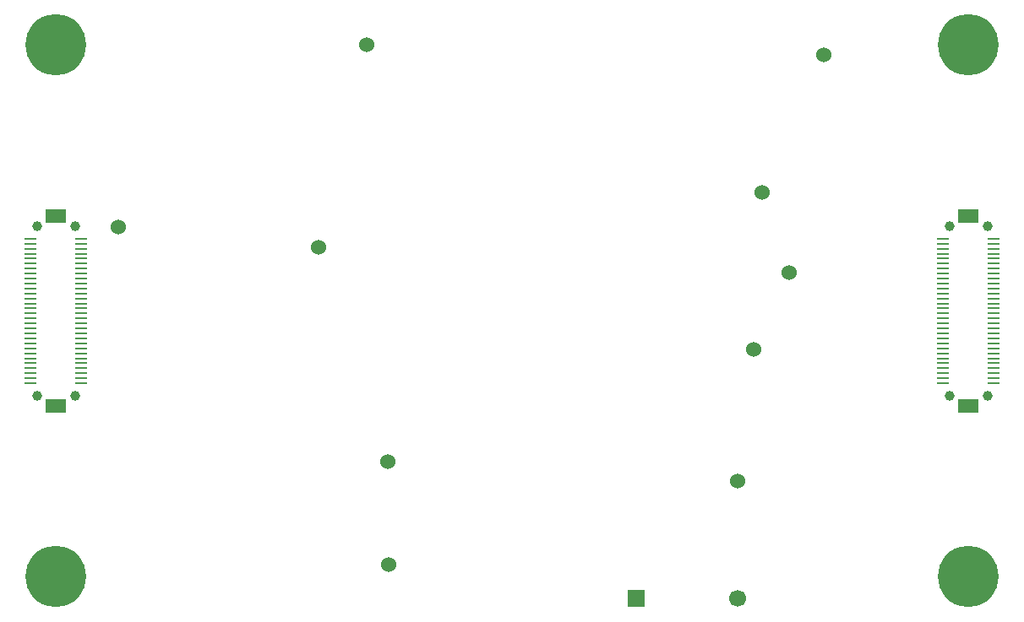
<source format=gbs>
G04 #@! TF.FileFunction,Soldermask,Bot*
%FSLAX46Y46*%
G04 Gerber Fmt 4.6, Leading zero omitted, Abs format (unit mm)*
G04 Created by KiCad (PCBNEW (2015-04-19 BZR 5613)-product) date 7/7/2015 8:10:23 PM*
%MOMM*%
G01*
G04 APERTURE LIST*
%ADD10C,0.100000*%
%ADD11C,1.524000*%
%ADD12O,6.100000X6.100000*%
%ADD13C,1.000000*%
%ADD14R,2.100000X1.400000*%
%ADD15R,1.150000X0.250000*%
%ADD16C,1.699260*%
%ADD17R,1.699260X1.699260*%
G04 APERTURE END LIST*
D10*
D11*
X167500300Y-104140000D03*
D12*
X93980000Y-134620000D03*
X93980000Y-81280000D03*
X185420000Y-81280000D03*
X185420000Y-134620000D03*
D13*
X92080000Y-99450000D03*
X92080000Y-116450000D03*
X183520000Y-99450000D03*
X183520000Y-116450000D03*
X187320000Y-99450000D03*
D14*
X185420000Y-117450000D03*
D15*
X187995000Y-100700000D03*
X187995000Y-101200000D03*
X187995000Y-101700000D03*
X187995000Y-102200000D03*
X187995000Y-102700000D03*
X187995000Y-103200000D03*
X187995000Y-103700000D03*
X187995000Y-104200000D03*
X187995000Y-104700000D03*
X187995000Y-105200000D03*
X187995000Y-105700000D03*
X187995000Y-106200000D03*
X187995000Y-106700000D03*
X187995000Y-107200000D03*
X187995000Y-107700000D03*
X187995000Y-108200000D03*
X187995000Y-108700000D03*
X187995000Y-109200000D03*
X187995000Y-109700000D03*
X187995000Y-110200000D03*
X187995000Y-110700000D03*
X187995000Y-111200000D03*
X187995000Y-111700000D03*
X187995000Y-112200000D03*
X187995000Y-112700000D03*
X187995000Y-113200000D03*
X187995000Y-113700000D03*
X187995000Y-114200000D03*
X187995000Y-114700000D03*
X187995000Y-115200000D03*
X182845000Y-100700000D03*
X182845000Y-101200000D03*
X182845000Y-101700000D03*
X182845000Y-102200000D03*
X182845000Y-102700000D03*
X182845000Y-103200000D03*
X182845000Y-103700000D03*
X182845000Y-104200000D03*
X182845000Y-104700000D03*
X182845000Y-105200000D03*
X182845000Y-105700000D03*
X182845000Y-106200000D03*
X182845000Y-106700000D03*
X182845000Y-107200000D03*
X182845000Y-107700000D03*
X182845000Y-108200000D03*
X182845000Y-108700000D03*
X182845000Y-109200000D03*
X182845000Y-109700000D03*
X182845000Y-110200000D03*
X182845000Y-110700000D03*
X182845000Y-111200000D03*
X182845000Y-111700000D03*
X182845000Y-112200000D03*
X182845000Y-112700000D03*
X182845000Y-113200000D03*
X182845000Y-113700000D03*
X182845000Y-114200000D03*
X182845000Y-114700000D03*
X182845000Y-115200000D03*
D14*
X185420000Y-98450000D03*
D13*
X187320000Y-116450000D03*
X95880000Y-99450000D03*
D14*
X93980000Y-117450000D03*
D15*
X96555000Y-100700000D03*
X96555000Y-101200000D03*
X96555000Y-101700000D03*
X96555000Y-102200000D03*
X96555000Y-102700000D03*
X96555000Y-103200000D03*
X96555000Y-103700000D03*
X96555000Y-104200000D03*
X96555000Y-104700000D03*
X96555000Y-105200000D03*
X96555000Y-105700000D03*
X96555000Y-106200000D03*
X96555000Y-106700000D03*
X96555000Y-107200000D03*
X96555000Y-107700000D03*
X96555000Y-108200000D03*
X96555000Y-108700000D03*
X96555000Y-109200000D03*
X96555000Y-109700000D03*
X96555000Y-110200000D03*
X96555000Y-110700000D03*
X96555000Y-111200000D03*
X96555000Y-111700000D03*
X96555000Y-112200000D03*
X96555000Y-112700000D03*
X96555000Y-113200000D03*
X96555000Y-113700000D03*
X96555000Y-114200000D03*
X96555000Y-114700000D03*
X96555000Y-115200000D03*
X91405000Y-100700000D03*
X91405000Y-101200000D03*
X91405000Y-101700000D03*
X91405000Y-102200000D03*
X91405000Y-102700000D03*
X91405000Y-103200000D03*
X91405000Y-103700000D03*
X91405000Y-104200000D03*
X91405000Y-104700000D03*
X91405000Y-105200000D03*
X91405000Y-105700000D03*
X91405000Y-106200000D03*
X91405000Y-106700000D03*
X91405000Y-107200000D03*
X91405000Y-107700000D03*
X91405000Y-108200000D03*
X91405000Y-108700000D03*
X91405000Y-109200000D03*
X91405000Y-109700000D03*
X91405000Y-110200000D03*
X91405000Y-110700000D03*
X91405000Y-111200000D03*
X91405000Y-111700000D03*
X91405000Y-112200000D03*
X91405000Y-112700000D03*
X91405000Y-113200000D03*
X91405000Y-113700000D03*
X91405000Y-114200000D03*
X91405000Y-114700000D03*
X91405000Y-115200000D03*
D14*
X93980000Y-98450000D03*
D13*
X95880000Y-116450000D03*
D11*
X127330200Y-133375400D03*
X125120400Y-81280000D03*
X120345200Y-101600000D03*
X127241300Y-123063000D03*
X170916600Y-82283300D03*
X164719000Y-96037400D03*
X163880800Y-111772700D03*
X162318700Y-125056900D03*
D16*
X162306520Y-136776460D03*
D17*
X152146520Y-136776460D03*
D11*
X100279200Y-99517200D03*
M02*

</source>
